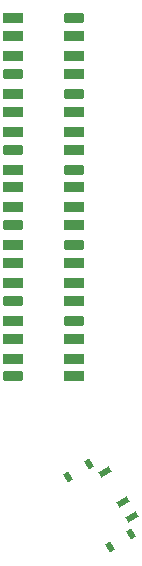
<source format=gtp>
G04 #@! TF.GenerationSoftware,KiCad,Pcbnew,7.0.6*
G04 #@! TF.CreationDate,2024-09-20T23:27:03+02:00*
G04 #@! TF.ProjectId,KoalaKeeb_v0.2_right,4b6f616c-614b-4656-9562-5f76302e325f,rev?*
G04 #@! TF.SameCoordinates,Original*
G04 #@! TF.FileFunction,Paste,Top*
G04 #@! TF.FilePolarity,Positive*
%FSLAX46Y46*%
G04 Gerber Fmt 4.6, Leading zero omitted, Abs format (unit mm)*
G04 Created by KiCad (PCBNEW 7.0.6) date 2024-09-20 23:27:03*
%MOMM*%
%LPD*%
G01*
G04 APERTURE LIST*
G04 Aperture macros list*
%AMRoundRect*
0 Rectangle with rounded corners*
0 $1 Rounding radius*
0 $2 $3 $4 $5 $6 $7 $8 $9 X,Y pos of 4 corners*
0 Add a 4 corners polygon primitive as box body*
4,1,4,$2,$3,$4,$5,$6,$7,$8,$9,$2,$3,0*
0 Add four circle primitives for the rounded corners*
1,1,$1+$1,$2,$3*
1,1,$1+$1,$4,$5*
1,1,$1+$1,$6,$7*
1,1,$1+$1,$8,$9*
0 Add four rect primitives between the rounded corners*
20,1,$1+$1,$2,$3,$4,$5,0*
20,1,$1+$1,$4,$5,$6,$7,0*
20,1,$1+$1,$6,$7,$8,$9,0*
20,1,$1+$1,$8,$9,$2,$3,0*%
%AMRotRect*
0 Rectangle, with rotation*
0 The origin of the aperture is its center*
0 $1 length*
0 $2 width*
0 $3 Rotation angle, in degrees counterclockwise*
0 Add horizontal line*
21,1,$1,$2,0,0,$3*%
G04 Aperture macros list end*
%ADD10RotRect,0.500000X1.000000X301.000000*%
%ADD11RotRect,0.500000X0.800000X31.000000*%
%ADD12R,1.700000X0.820000*%
%ADD13RoundRect,0.205000X0.645000X0.205000X-0.645000X0.205000X-0.645000X-0.205000X0.645000X-0.205000X0*%
%ADD14RoundRect,0.205000X-0.645000X-0.205000X0.645000X-0.205000X0.645000X0.205000X-0.645000X0.205000X0*%
G04 APERTURE END LIST*
D10*
X49186924Y-79618553D03*
X50732038Y-82190055D03*
X51504595Y-83475806D03*
D11*
X51436907Y-84916437D03*
X49636856Y-85998017D03*
X46083093Y-80083563D03*
X47883144Y-79001983D03*
D12*
X46550000Y-63650000D03*
X46550000Y-65150000D03*
D13*
X41450000Y-65150000D03*
D12*
X41450000Y-63650000D03*
X41450000Y-49150000D03*
X41450000Y-47650000D03*
D14*
X46550000Y-47650000D03*
D12*
X46550000Y-49150000D03*
X41450000Y-42750000D03*
X41450000Y-41250000D03*
D14*
X46550000Y-41250000D03*
D12*
X46550000Y-42750000D03*
X41450000Y-68350000D03*
X41450000Y-66850000D03*
D14*
X46550000Y-66850000D03*
D12*
X46550000Y-68350000D03*
X46550000Y-44450000D03*
X46550000Y-45950000D03*
D13*
X41450000Y-45950000D03*
D12*
X41450000Y-44450000D03*
X41450000Y-61950000D03*
X41450000Y-60450000D03*
D14*
X46550000Y-60450000D03*
D12*
X46550000Y-61950000D03*
X46550000Y-50850000D03*
X46550000Y-52350000D03*
D13*
X41450000Y-52350000D03*
D12*
X41450000Y-50850000D03*
X46550000Y-57250000D03*
X46550000Y-58750000D03*
D13*
X41450000Y-58750000D03*
D12*
X41450000Y-57250000D03*
X41450000Y-55550000D03*
X41450000Y-54050000D03*
D14*
X46550000Y-54050000D03*
D12*
X46550000Y-55550000D03*
X46550000Y-70050000D03*
X46550000Y-71550000D03*
D13*
X41450000Y-71550000D03*
D12*
X41450000Y-70050000D03*
M02*

</source>
